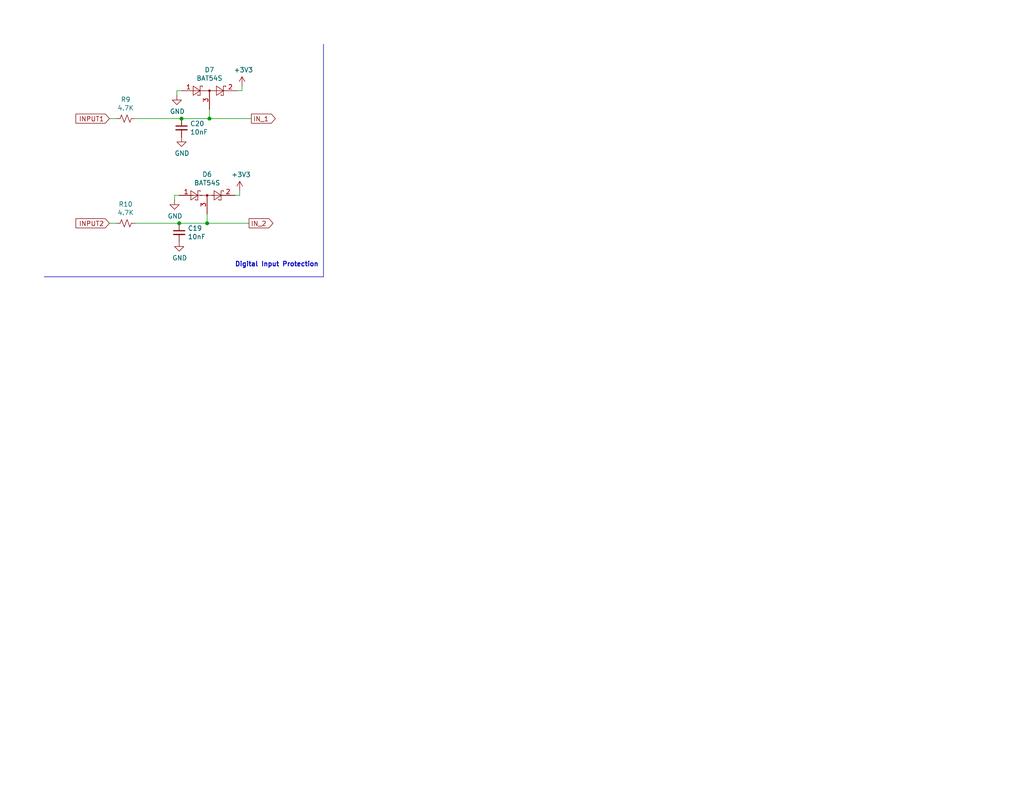
<source format=kicad_sch>
(kicad_sch (version 20250114) (generator "eeschema") (generator_version "9.0")
  (paper "USLetter")
  (title_block (title "dingoPDM") (date "2025-05-06") (rev "v7.5") (comment 3 "github.com/corygrant") (comment 4 "Cory Grant"))
  (lib_symbols
    (symbol "Device:C_Small" (pin_numbers (hide yes)) (pin_names (offset 0.254) (hide yes))
      (property "Reference" "C" (at 0.254 1.778 0))
      (property "Value" "C_Small" (at 0.254 -2.032 0))
      (symbol "C_Small_0_1"
        (polyline (pts (xy -1.524 0.508) (xy 1.524 0.508)) (stroke (width 0.3048)))
        (polyline (pts (xy -1.524 -0.508) (xy 1.524 -0.508)) (stroke (width 0.3302)))
      )
      (symbol "C_Small_1_1"
        (pin passive line (at 0 2.54 270) (length 2.032) (name "~") (number "1"))
        (pin passive line (at 0 -2.54 90) (length 2.032) (name "~") (number "2"))
      )
    )
    (symbol "Device:R_Small_US" (pin_numbers (hide yes)) (pin_names (offset 0.254) (hide yes))
      (property "Reference" "R" (at 0.762 0.508 0))
      (property "Value" "R_Small_US" (at 0.762 -1.016 0))
      (symbol "R_Small_US_1_1"
        (polyline (pts (xy 0 1.524) (xy 1.016 1.143) (xy 0 0.762) (xy -1.016 0.381) (xy 0 0)))
        (polyline (pts (xy 0 0) (xy 1.016 -0.381) (xy 0 -0.762) (xy -1.016 -1.143) (xy 0 -1.524)))
        (pin passive line (at 0 2.54 270) (length 1.016) (name "~") (number "1"))
        (pin passive line (at 0 -2.54 90) (length 1.016) (name "~") (number "2"))
      )
    )
    (symbol "Diode:BAT54S" (pin_names (offset 1.016))
      (property "Reference" "D" (at 0.635 -3.81 0))
      (property "Value" "BAT54S" (at -6.35 3.175 0))
      (symbol "BAT54S_0_1"
        (polyline (pts (xy -4.445 1.27) (xy -4.445 -1.27) (xy -2.54 0) (xy -4.445 1.27)))
        (polyline (pts (xy -3.81 0) (xy -1.27 0)))
        (polyline (pts (xy -3.175 -1.27) (xy -3.175 -1.016)))
        (polyline (pts (xy -2.54 1.27) (xy -1.905 1.27)))
        (polyline (pts (xy -2.54 -1.27) (xy -3.175 -1.27)))
        (polyline (pts (xy -2.54 -1.27) (xy -2.54 1.27)))
        (polyline (pts (xy -1.905 1.27) (xy -1.905 1.016)))
        (polyline (pts (xy -1.905 0) (xy 1.905 0)))
        (circle (center 0 0) (radius 0.254) (fill (type outline)))
        (polyline (pts (xy 1.27 0) (xy 3.81 0)))
        (polyline (pts (xy 1.905 1.27) (xy 1.905 -1.27) (xy 3.81 0) (xy 1.905 1.27)))
        (polyline (pts (xy 3.175 -1.27) (xy 3.175 -1.016)))
        (polyline (pts (xy 3.81 1.27) (xy 4.445 1.27)))
        (polyline (pts (xy 3.81 -1.27) (xy 3.175 -1.27)))
        (polyline (pts (xy 3.81 -1.27) (xy 3.81 1.27)))
        (polyline (pts (xy 4.445 1.27) (xy 4.445 1.016)))
      )
      (symbol "BAT54S_1_1"
        (pin passive line (at -7.62 0 0) (length 3.81) (name "~") (number "1"))
        (pin passive line (at 0 -5.08 90) (length 5.08) (name "~") (number "3"))
        (pin passive line (at 7.62 0 180) (length 3.81) (name "~") (number "2"))
      )
    )
    (symbol "power:+3V3" (power) (pin_names (offset 0))
      (property "Value" "+3V3" (at 0 3.556 0))
      (symbol "+3V3_0_1"
        (polyline (pts (xy -0.762 1.27) (xy 0 2.54)))
        (polyline (pts (xy 0 2.54) (xy 0.762 1.27)))
        (polyline (pts (xy 0 0) (xy 0 2.54)))
      )
      (symbol "+3V3_1_1"
        (pin power_in line (at 0 0 90) (length 0) (hide yes) (name "+3V3") (number "1"))
      )
    )
    (symbol "power:GND" (power) (pin_names (offset 0))
      (property "Value" "GND" (at 0 -3.81 0))
      (symbol "GND_0_1"
        (polyline (pts (xy 0 0) (xy 0 -1.27) (xy 1.27 -1.27) (xy 0 -2.54) (xy -1.27 -1.27) (xy 0 -1.27)))
      )
      (symbol "GND_1_1"
        (pin power_in line (at 0 0 270) (length 0) (hide yes) (name "GND") (number "1"))
      )
    )
  )
  (text "Digital Input Protection" (at 86.995 73.025 0) (effects (font (size 1.27 1.27) (thickness 0.254) (bold yes)) (justify right bottom)))
  (junction (at 48.895 60.96))
  (junction (at 49.53 32.385))
  (junction (at 57.15 32.385))
  (junction (at 56.515 60.96))
  (wire (pts (xy 56.515 58.42) (xy 56.515 60.96)))
  (wire (pts (xy 48.895 60.96) (xy 56.515 60.96)))
  (wire (pts (xy 57.15 29.845) (xy 57.15 32.385)))
  (wire (pts (xy 65.405 52.07) (xy 65.405 53.34)))
  (wire (pts (xy 68.58 32.385) (xy 57.15 32.385)))
  (wire (pts (xy 47.625 53.34) (xy 47.625 54.61)))
  (wire (pts (xy 66.04 23.495) (xy 66.04 24.765)))
  (polyline (pts (xy 88.265 12.065) (xy 88.265 75.565)))
  (wire (pts (xy 48.26 24.765) (xy 48.26 26.035)))
  (wire (pts (xy 49.53 32.385) (xy 57.15 32.385)))
  (wire (pts (xy 67.945 60.96) (xy 56.515 60.96)))
  (wire (pts (xy 66.04 24.765) (xy 64.77 24.765)))
  (wire (pts (xy 48.895 53.34) (xy 47.625 53.34)))
  (polyline (pts (xy 88.265 75.565) (xy 12.065 75.565)))
  (wire (pts (xy 36.83 60.96) (xy 48.895 60.96)))
  (wire (pts (xy 29.845 32.385) (xy 31.75 32.385)))
  (wire (pts (xy 29.845 60.96) (xy 31.75 60.96)))
  (wire (pts (xy 36.83 32.385) (xy 49.53 32.385)))
  (wire (pts (xy 65.405 53.34) (xy 64.135 53.34)))
  (wire (pts (xy 49.53 24.765) (xy 48.26 24.765)))
  (global_label "INPUT1" (shape input) (at 29.845 32.385 180) (property "Intersheetrefs" "${INTERSHEET_REFS}" (effects (hide yes))))
  (global_label "IN_2" (shape output) (at 67.945 60.96 0) (property "Intersheetrefs" "${INTERSHEET_REFS}" (effects (hide yes))))
  (global_label "IN_1" (shape output) (at 68.58 32.385 0) (property "Intersheetrefs" "${INTERSHEET_REFS}" (effects (hide yes))))
  (global_label "INPUT2" (shape input) (at 29.845 60.96 180) (property "Intersheetrefs" "${INTERSHEET_REFS}" (effects (hide yes))))
  (symbol (lib_id "Diode:BAT54S") (at 56.515 53.34 0) (unit 1)
    (property "Reference" "D6" (at 56.515 47.625 0))
    (property "Value" "BAT54S" (at 56.515 49.9364 0))
    (property "Footprint" "Package_TO_SOT_SMD:SOT-23" (effects (hide yes)))
    (property "Digi-Key_PN" "BAT54SLT1GOSCT-ND" (effects (hide yes)))
    (property "LCSC" "C47546" (effects (hide yes)))
  )
  (symbol (lib_id "power:GND") (at 47.625 54.61 0) (unit 1)
    (property "Reference" "#PWR045" (effects (hide yes)))
    (property "Value" "GND" (at 47.752 59.0042 0))
  )
  (symbol (lib_id "power:+3V3") (at 65.405 52.07 0) (unit 1)
    (property "Reference" "#PWR049" (effects (hide yes)))
    (property "Value" "+3V3" (at 65.786 47.6758 0))
  )
  (symbol (lib_id "Device:C_Small") (at 48.895 63.5 0) (unit 1)
    (property "Reference" "C19" (at 51.2318 62.3316 0) (effects (justify left)))
    (property "Value" "10nF" (at 51.2318 64.643 0) (effects (justify left)))
    (property "Footprint" "Capacitor_SMD:C_0805_2012Metric" (effects (hide yes)))
    (property "Digi-Key_PN" "311-1136-1-ND" (effects (hide yes)))
    (property "LCSC" "C1710" (effects (hide yes)))
  )
  (symbol (lib_id "power:GND") (at 48.895 66.04 0) (unit 1)
    (property "Reference" "#PWR047" (effects (hide yes)))
    (property "Value" "GND" (at 49.022 70.4342 0))
  )
  (symbol (lib_id "Diode:BAT54S") (at 57.15 24.765 0) (unit 1)
    (property "Reference" "D7" (at 57.15 19.05 0))
    (property "Value" "BAT54S" (at 57.15 21.3614 0))
    (property "Footprint" "Package_TO_SOT_SMD:SOT-23" (effects (hide yes)))
    (property "Digi-Key_PN" "BAT54SLT1GOSCT-ND" (effects (hide yes)))
    (property "LCSC" "C47546" (effects (hide yes)))
  )
  (symbol (lib_id "Device:R_Small_US") (at 34.29 32.385 270) (unit 1)
    (property "Reference" "R9" (at 34.29 27.178 90))
    (property "Value" "4.7K" (at 34.29 29.4894 90))
    (property "Footprint" "Resistor_SMD:R_0805_2012Metric" (effects (hide yes)))
    (property "Digi-Key_PN" "311-4.70KCRCT-ND" (effects (hide yes)))
    (property "LCSC" "C17673" (effects (hide yes)))
  )
  (symbol (lib_id "power:GND") (at 48.26 26.035 0) (unit 1)
    (property "Reference" "#PWR046" (effects (hide yes)))
    (property "Value" "GND" (at 48.387 30.4292 0))
  )
  (symbol (lib_id "power:+3V3") (at 66.04 23.495 0) (unit 1)
    (property "Reference" "#PWR050" (effects (hide yes)))
    (property "Value" "+3V3" (at 66.421 19.1008 0))
  )
  (symbol (lib_id "Device:C_Small") (at 49.53 34.925 0) (unit 1)
    (property "Reference" "C20" (at 51.8668 33.7566 0) (effects (justify left)))
    (property "Value" "10nF" (at 51.8668 36.068 0) (effects (justify left)))
    (property "Footprint" "Capacitor_SMD:C_0805_2012Metric" (effects (hide yes)))
    (property "Digi-Key_PN" "311-1136-1-ND" (effects (hide yes)))
    (property "LCSC" "C1710" (effects (hide yes)))
  )
  (symbol (lib_id "power:GND") (at 49.53 37.465 0) (unit 1)
    (property "Reference" "#PWR048" (effects (hide yes)))
    (property "Value" "GND" (at 49.657 41.8592 0))
  )
  (symbol (lib_id "Device:R_Small_US") (at 34.29 60.96 270) (unit 1)
    (property "Reference" "R10" (at 34.29 55.753 90))
    (property "Value" "4.7K" (at 34.29 58.0644 90))
    (property "Footprint" "Resistor_SMD:R_0805_2012Metric" (effects (hide yes)))
    (property "Digi-Key_PN" "311-4.70KCRCT-ND" (effects (hide yes)))
    (property "LCSC" "C17673" (effects (hide yes)))
  )
)
</source>
